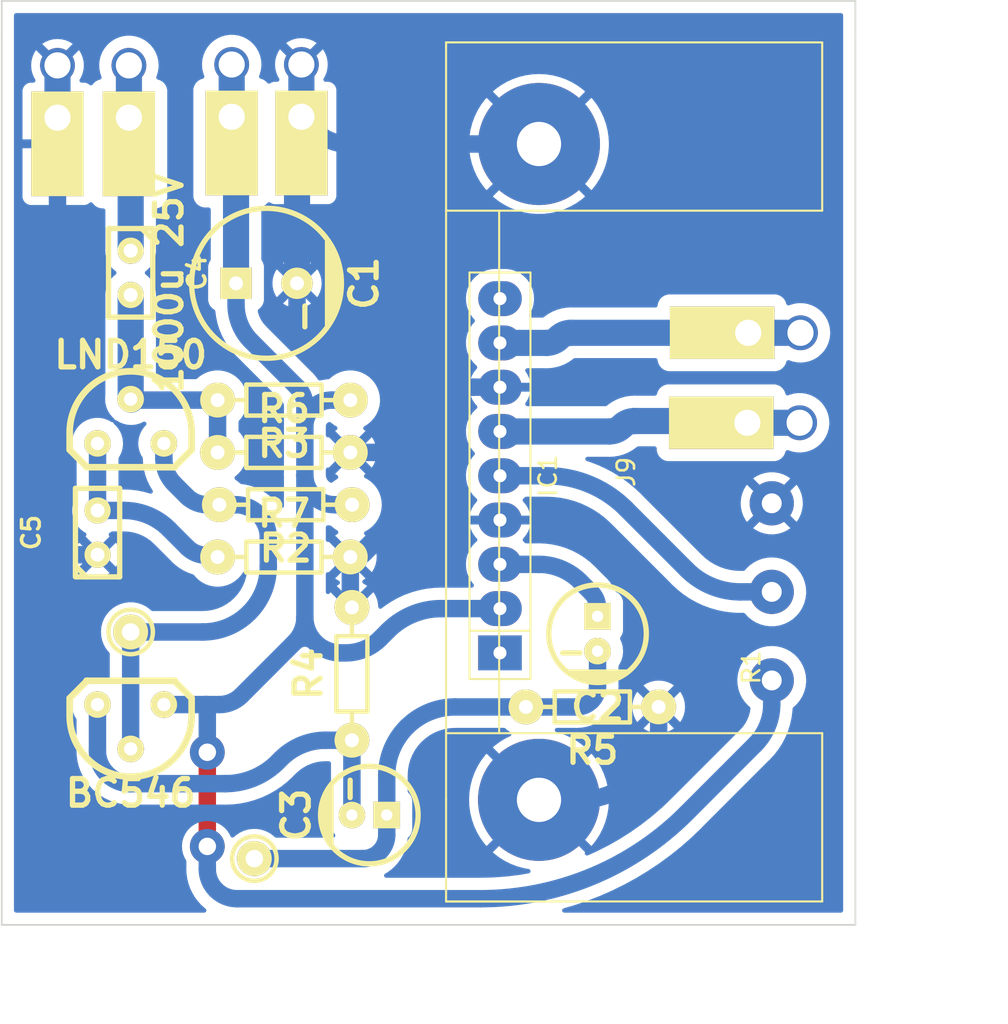
<source format=kicad_pcb>
(kicad_pcb (version 20211014) (generator pcbnew)
  (layers (0 "F.Cu" signal) (31 "B.Cu" signal) (34 "B.Paste" user) (35 "F.Paste" user) (36 "B.SilkS" user "B.Silkscreen") (37 "F.SilkS" user "F.Silkscreen") (38 "B.Mask" user) (39 "F.Mask" user) (44 "Edge.Cuts" user))
  (net 0 "")
  (net 1 "VCC")
  (net 2 "GND")
  (net 3 "Net-(C3-Pad2)")
  (net 4 "/out_pre_amp")
  (net 5 "Net-(IC1-Pad3)")
  (net 6 "/pre_amp_in")
  (net 7 "Net-(C4-Pad2)")
  (net 8 "Net-(C5-Pad2)")
  (net 10 "Net-(Q1-Pad2)")
  (net 11 "/Vcontrol")
  (net 12 "/amp_out+")
  (net 13 "/amp_out-")
  (footprint "EESTN5:to92" (layer "F.Cu") (at 123.24 118.58 180)
    (fp_text reference "Q1" hide)
    (fp_text value "BC546" (at 0 -4.445) (layer "F.SilkS") (effects (font (size 1.524 1.524) (thickness 0.3048))))
    (fp_line (start 2.54 2) (end -2.54 2) (layer "F.SilkS") (width 0.381))
    (fp_line (start -3.5 1) (end -3.5 0) (layer "F.SilkS") (width 0.381))
    (fp_line (start 2.5 2) (end 3.5 1) (layer "F.SilkS") (width 0.381))
    (fp_line (start 3.5 1) (end 3.5 0) (layer "F.SilkS") (width 0.381))
    (fp_line (start -2.5 2) (end -3.5 1) (layer "F.SilkS") (width 0.381))
    (fp_arc (start -3.5 0) (mid 0 -3.5) (end 3.5 0) (layer "F.SilkS") (width 0.381))
    (pad "1" thru_hole circle locked (at -1.905 0.635 180) (size 1.524 1.524) (drill 0.762) (layers *.Cu *.Mask "F.SilkS") (net 1 "VCC"))
    (pad "2" thru_hole circle locked (at 0 -1.905 180) (size 1.524 1.524) (drill 0.762) (layers *.Cu *.Mask "F.SilkS") (net 10 "Net-(Q1-Pad2)"))
    (pad "3" thru_hole circle locked (at 1.905 0.635 180) (size 1.524 1.524) (drill 0.762) (layers *.Cu *.Mask "F.SilkS") (net 3 "Net-(C3-Pad2)"))
  )
  (footprint "EESTN5:Cable_Doble_1,5mm" (layer "F.Cu") (at 158.64 101.78 -90)
    (fp_text reference "J3" hide)
    (fp_text value "Cable_PAD" hide)
    (pad "1" thru_hole circle locked (at 0 -3 270) (size 2 2) (drill 1.5) (layers *.Cu *.Mask) (net 12 "/amp_out+"))
    (pad "1" thru_hole rect locked (at 0 0 270) (size 3 6) (drill 1.5 (offset 0 1.5)) (layers *.Cu "F.SilkS") (net 12 "/amp_out+"))
    (pad "1" thru_hole circle locked (at 0 0 270) (size 1.524 1.524) (drill 0.762) (layers *.Cu *.Mask) (net 12 "/amp_out+"))
  )
  (footprint "EESTN5:Cable_Doble_1,5mm" (layer "F.Cu") (at 158.69 96.62 -90)
    (fp_text reference "J4" hide)
    (fp_text value "Cable_PAD" hide)
    (pad "1" thru_hole circle locked (at 0 -3 270) (size 2 2) (drill 1.5) (layers *.Cu *.Mask) (net 13 "/amp_out-"))
    (pad "1" thru_hole circle locked (at 0 0 270) (size 1.524 1.524) (drill 0.762) (layers *.Cu *.Mask) (net 13 "/amp_out-"))
    (pad "1" thru_hole rect locked (at 0 0 270) (size 3 6) (drill 1.5 (offset 0 1.5)) (layers *.Cu "F.SilkS") (net 13 "/amp_out-"))
  )
  (footprint "EESTN5:Cable_Doble_1,5mm" (layer "F.Cu") (at 123.14 84.28)
    (fp_text reference "J5" hide)
    (fp_text value "Cable_PAD" hide)
    (pad "1" thru_hole rect locked (at 0 0) (size 3 6) (drill 1.5 (offset 0 1.5)) (layers *.Cu "F.SilkS") (net 6 "/pre_amp_in"))
    (pad "1" thru_hole circle locked (at 0 0) (size 1.524 1.524) (drill 0.762) (layers *.Cu *.Mask) (net 6 "/pre_amp_in"))
    (pad "1" thru_hole circle locked (at 0 -3) (size 2 2) (drill 1.5) (layers *.Cu *.Mask) (net 6 "/pre_amp_in"))
  )
  (footprint "EESTN5:RES0.3" (layer "F.Cu") (at 135.94 116.18 90)
    (fp_text reference "R4" (at 0 -2.5 90) (layer "F.SilkS") (effects (font (size 1.5 1.5) (thickness 0.3))))
    (fp_text value "400" hide)
    (fp_line (start -2.159 0.889) (end 2.159 0.889) (layer "F.SilkS") (width 0.254))
    (fp_line (start 2.159 -0.889) (end -2.159 -0.889) (layer "F.SilkS") (width 0.254))
    (fp_line (start -2.159 -0.889) (end -2.159 0.889) (layer "F.SilkS") (width 0.254))
    (fp_line (start 2.159 0.889) (end 2.159 -0.889) (layer "F.SilkS") (width 0.254))
    (fp_line (start -2.159 0) (end -3.81 0) (layer "F.SilkS") (width 0.254))
    (fp_line (start 2.159 0) (end 3.81 0) (layer "F.SilkS") (width 0.254))
    (pad "1" thru_hole circle (at -3.81 0 90) (size 1.99898 1.99898) (drill 0.8001) (layers *.Cu *.Mask "F.SilkS") (net 3 "Net-(C3-Pad2)"))
    (pad "2" thru_hole circle (at 3.81 0 90) (size 1.99898 1.99898) (drill 0.8001) (layers *.Cu *.Mask "F.SilkS") (net 2 "GND"))
  )
  (footprint "MacroLib:SOT-110" (layer "F.Cu") (at 144.44 104.82 90)
    (fp_text reference "IC1" (at 0 2.75 90) (layer "F.SilkS"))
    (fp_text value "TDA7056A")
    (fp_line (start -11.66 1.75) (end -11.66 -1.75) (layer "F.SilkS") (width 0.12))
    (fp_line (start 11.66 1.75) (end -11.66 1.75) (layer "F.SilkS") (width 0.12))
    (fp_line (start -8.89 -1.75) (end -8.89 1.75) (layer "F.SilkS") (width 0.12))
    (fp_line (start -11.66 -1.75) (end 11.66 -1.75) (layer "F.SilkS") (width 0.12))
    (fp_line (start 11.66 -1.75) (end 11.66 1.75) (layer "F.SilkS") (width 0.12))
    (pad "1" thru_hole rect (at -10.16 0 90) (size 2 2.5) (drill 0.75) (layers *.Cu *.Mask))
    (pad "2" thru_hole oval (at -7.62 0 90) (size 2 2.5) (drill 0.75) (layers *.Cu *.Mask) (net 1 "VCC"))
    (pad "3" thru_hole oval (at -5.08 0 90) (size 2 2.5) (drill 0.75) (layers *.Cu *.Mask) (net 5 "Net-(IC1-Pad3)"))
    (pad "4" thru_hole oval (at -2.54 0 90) (size 2 2.5) (drill 0.75) (layers *.Cu *.Mask) (net 2 "GND"))
    (pad "5" thru_hole oval (at 0 0 90) (size 2 2.5) (drill 0.75) (layers *.Cu *.Mask) (net 11 "/Vcontrol"))
    (pad "6" thru_hole oval (at 2.54 0 90) (size 2 2.5) (drill 0.75) (layers *.Cu *.Mask) (net 12 "/amp_out+"))
    (pad "7" thru_hole oval (at 5.08 0 90) (size 2 2.5) (drill 0.75) (layers *.Cu *.Mask) (net 2 "GND"))
    (pad "8" thru_hole oval (at 7.62 0 90) (size 2 2.5) (drill 0.75) (layers *.Cu *.Mask) (net 13 "/amp_out-"))
    (pad "9" thru_hole oval (at 10.16 0 90) (size 2 2.5) (drill 0.75) (layers *.Cu *.Mask))
  )
  (footprint "EESTN5:pad_2mm" (layer "F.Cu") (at 123.24 113.78)
    (fp_text reference "preampMid1" hide)
    (fp_text value "Cable_PAD" hide)
    (fp_circle (center 0 0) (end 1.27 -0.127) (layer "F.SilkS") (width 0.254) (fill none))
    (pad "1" thru_hole circle locked (at 0 0) (size 1.99898 1.99898) (drill 1.00076) (layers *.Cu *.Mask "F.SilkS") (net 10 "Net-(Q1-Pad2)"))
  )
  (footprint "EESTN5:RES0.3" (layer "F.Cu") (at 132.14 106.48 180)
    (fp_text reference "R2" (at 0 -2.5) (layer "F.SilkS") (effects (font (size 1.5 1.5) (thickness 0.3))))
    (fp_text value "1.6k" hide)
    (fp_line (start -2.159 -0.889) (end -2.159 0.889) (layer "F.SilkS") (width 0.254))
    (fp_line (start 2.159 0) (end 3.81 0) (layer "F.SilkS") (width 0.254))
    (fp_line (start 2.159 -0.889) (end -2.159 -0.889) (layer "F.SilkS") (width 0.254))
    (fp_line (start 2.159 0.889) (end 2.159 -0.889) (layer "F.SilkS") (width 0.254))
    (fp_line (start -2.159 0.889) (end 2.159 0.889) (layer "F.SilkS") (width 0.254))
    (fp_line (start -2.159 0) (end -3.81 0) (layer "F.SilkS") (width 0.254))
    (pad "1" thru_hole circle (at -3.81 0 180) (size 1.99898 1.99898) (drill 0.8001) (layers *.Cu *.Mask "F.SilkS") (net 1 "VCC"))
    (pad "2" thru_hole circle (at 3.81 0 180) (size 1.99898 1.99898) (drill 0.8001) (layers *.Cu *.Mask "F.SilkS") (net 10 "Net-(Q1-Pad2)"))
  )
  (footprint "EESTN5:to92" (layer "F.Cu") (at 123.24 102.33)
    (fp_text reference "Q2" hide)
    (fp_text value "LND150" (at 0 -4.445) (layer "F.SilkS") (effects (font (size 1.524 1.524) (thickness 0.3048))))
    (fp_line (start 2.5 2) (end 3.5 1) (layer "F.SilkS") (width 0.381))
    (fp_line (start 2.54 2) (end -2.54 2) (layer "F.SilkS") (width 0.381))
    (fp_line (start 3.5 1) (end 3.5 0) (layer "F.SilkS") (width 0.381))
    (fp_line (start -3.5 1) (end -3.5 0) (layer "F.SilkS") (width 0.381))
    (fp_line (start -2.5 2) (end -3.5 1) (layer "F.SilkS") (width 0.381))
    (fp_arc (start -3.5 0) (mid 0 -3.5) (end 3.5 0) (layer "F.SilkS") (width 0.381))
    (pad "1" thru_hole circle locked (at -1.905 0.635) (size 1.524 1.524) (drill 0.762) (layers *.Cu *.Mask "F.SilkS") (net 8 "Net-(C5-Pad2)"))
    (pad "2" thru_hole circle locked (at 0 -1.905) (size 1.524 1.524) (drill 0.762) (layers *.Cu *.Mask "F.SilkS") (net 7 "Net-(C4-Pad2)"))
    (pad "3" thru_hole circle locked (at 1.905 0.635) (size 1.524 1.524) (drill 0.762) (layers *.Cu *.Mask "F.SilkS") (net 10 "Net-(Q1-Pad2)"))
  )
  (footprint "EESTN5:RES0.3" (layer "F.Cu") (at 132.04 100.48 180)
    (fp_text reference "R3" (at 0 -2.5) (layer "F.SilkS") (effects (font (size 1.5 1.5) (thickness 0.3))))
    (fp_text value "18k" hide)
    (fp_line (start -2.159 0) (end -3.81 0) (layer "F.SilkS") (width 0.254))
    (fp_line (start -2.159 -0.889) (end -2.159 0.889) (layer "F.SilkS") (width 0.254))
    (fp_line (start 2.159 -0.889) (end -2.159 -0.889) (layer "F.SilkS") (width 0.254))
    (fp_line (start -2.159 0.889) (end 2.159 0.889) (layer "F.SilkS") (width 0.254))
    (fp_line (start 2.159 0.889) (end 2.159 -0.889) (layer "F.SilkS") (width 0.254))
    (fp_line (start 2.159 0) (end 3.81 0) (layer "F.SilkS") (width 0.254))
    (pad "1" thru_hole circle (at -3.81 0 180) (size 1.99898 1.99898) (drill 0.8001) (layers *.Cu *.Mask "F.SilkS") (net 1 "VCC"))
    (pad "2" thru_hole circle (at 3.81 0 180) (size 1.99898 1.99898) (drill 0.8001) (layers *.Cu *.Mask "F.SilkS") (net 7 "Net-(C4-Pad2)"))
  )
  (footprint "EESTN5:RES0.3" (layer "F.Cu") (at 149.74 118.08 180)
    (fp_text reference "R5" (at 0 -2.5) (layer "F.SilkS") (effects (font (size 1.5 1.5) (thickness 0.3))))
    (fp_text value "5.1k" hide)
    (fp_line (start -2.159 0.889) (end 2.159 0.889) (layer "F.SilkS") (width 0.254))
    (fp_line (start -2.159 0) (end -3.81 0) (layer "F.SilkS") (width 0.254))
    (fp_line (start 2.159 0.889) (end 2.159 -0.889) (layer "F.SilkS") (width 0.254))
    (fp_line (start -2.159 -0.889) (end -2.159 0.889) (layer "F.SilkS") (width 0.254))
    (fp_line (start 2.159 0) (end 3.81 0) (layer "F.SilkS") (width 0.254))
    (fp_line (start 2.159 -0.889) (end -2.159 -0.889) (layer "F.SilkS") (width 0.254))
    (pad "1" thru_hole circle (at -3.81 0 180) (size 1.99898 1.99898) (drill 0.8001) (layers *.Cu *.Mask "F.SilkS") (net 2 "GND"))
    (pad "2" thru_hole circle (at 3.81 0 180) (size 1.99898 1.99898) (drill 0.8001) (layers *.Cu *.Mask "F.SilkS") (net 4 "/out_pre_amp"))
  )
  (footprint "EESTN5:Potenciometro" (layer "F.Cu") (at 160.04 111.48 -90)
    (fp_text reference "R1" (at 4.33 1.17 90) (layer "F.SilkS"))
    (fp_text value "10k")
    (pad "1" thru_hole circle locked (at -5.08 0 270) (size 2.54 2.54) (drill 1.143) (layers *.Cu *.Mask) (net 2 "GND"))
    (pad "2" thru_hole circle locked (at 0 0 270) (size 2.54 2.54) (drill 1.143) (layers *.Cu *.Mask) (net 11 "/Vcontrol"))
    (pad "3" thru_hole circle locked (at 5.08 0 270) (size 2.54 2.54) (drill 1.143) (layers *.Cu *.Mask) (net 1 "VCC"))
  )
  (footprint "EESTN5:RES0.3" (layer "F.Cu") (at 132.04 109.48)
    (fp_text reference "R7" (at 0 -2.5) (layer "F.SilkS") (effects (font (size 1.5 1.5) (thickness 0.3))))
    (fp_text value "400" hide)
    (fp_line (start 2.159 0) (end 3.81 0) (layer "F.SilkS") (width 0.254))
    (fp_line (start -2.159 -0.889) (end -2.159 0.889) (layer "F.SilkS") (width 0.254))
    (fp_line (start -2.159 0.889) (end 2.159 0.889) (layer "F.SilkS") (width 0.254))
    (fp_line (start 2.159 0.889) (end 2.159 -0.889) (layer "F.SilkS") (width 0.254))
    (fp_line (start 2.159 -0.889) (end -2.159 -0.889) (layer "F.SilkS") (width 0.254))
    (fp_line (start -2.159 0) (end -3.81 0) (layer "F.SilkS") (width 0.254))
    (pad "1" thru_hole circle (at -3.81 0) (size 1.99898 1.99898) (drill 0.8001) (layers *.Cu *.Mask "F.SilkS") (net 8 "Net-(C5-Pad2)"))
    (pad "2" thru_hole circle (at 3.81 0) (size 1.99898 1.99898) (drill 0.8001) (layers *.Cu *.Mask "F.SilkS") (net 2 "GND"))
  )
  (footprint "EESTN5:Cable_Doble_1,5mm" (layer "F.Cu") (at 133.04 84.23)
    (fp_text reference "J1" hide)
    (fp_text value "Cable_PAD" hide)
    (pad "1" thru_hole circle locked (at 0 -3) (size 2 2) (drill 1.5) (layers *.Cu *.Mask) (net 2 "GND"))
    (pad "1" thru_hole circle locked (at 0 0) (size 1.524 1.524) (drill 0.762) (layers *.Cu *.Mask) (net 2 "GND"))
    (pad "1" thru_hole rect locked (at 0 0) (size 3 6) (drill 1.5 (offset 0 1.5)) (layers *.Cu "F.SilkS") (net 2 "GND"))
  )
  (footprint "EESTN5:CAP_0.1" (layer "F.Cu") (at 121.34 108.08 90)
    (fp_text reference "C5" (at 0 -3.81 90) (layer "F.SilkS") (effects (font (size 1.016 1.016) (thickness 0.2032))))
    (fp_text value "100n" hide)
    (fp_line (start 2.54 1.27) (end -2.54 1.27) (layer "F.SilkS") (width 0.3048))
    (fp_line (start -2.4892 -1.27) (end 2.54 -1.27) (layer "F.SilkS") (width 0.3048))
    (fp_line (start -2.54 -0.635) (end -1.905 -1.27) (layer "F.SilkS") (width 0.3048))
    (fp_line (start -2.54 1.27) (end -2.54 -1.27) (layer "F.SilkS") (width 0.3048))
    (fp_line (start 2.54 -1.27) (end 2.54 1.27) (layer "F.SilkS") (width 0.3048))
    (pad "1" thru_hole circle locked (at -1.27 0 90) (size 1.50114 1.50114) (drill 0.8001) (layers *.Cu *.Mask "F.SilkS") (net 2 "GND"))
    (pad "2" thru_hole circle locked (at 1.27 0 90) (size 1.50114 1.50114) (drill 0.8001) (layers *.Cu *.Mask "F.SilkS") (net 8 "Net-(C5-Pad2)"))
  )
  (footprint "EESTN5:Cable_Doble_1,5mm" (layer "F.Cu") (at 129.04 84.23)
    (fp_text reference "J2" hide)
    (fp_text value "Cable_PAD" hide)
    (pad "1" thru_hole rect locked (at 0 0) (size 3 6) (drill 1.5 (offset 0 1.5)) (layers *.Cu "F.SilkS") (net 1 "VCC"))
    (pad "1" thru_hole circle locked (at 0 0) (size 1.524 1.524) (drill 0.762) (layers *.Cu *.Mask) (net 1 "VCC"))
    (pad "1" thru_hole circle locked (at 0 -3) (size 2 2) (drill 1.5) (layers *.Cu *.Mask) (net 1 "VCC"))
  )
  (footprint "EESTN5:RES0.3" (layer "F.Cu") (at 132.04 103.48)
    (fp_text reference "R6" (at 0 -2.5) (layer "F.SilkS") (effects (font (size 1.5 1.5) (thickness 0.3))))
    (fp_text value "3.3k" hide)
    (fp_line (start -2.159 0) (end -3.81 0) (layer "F.SilkS") (width 0.254))
    (fp_line (start 2.159 0.889) (end 2.159 -0.889) (layer "F.SilkS") (width 0.254))
    (fp_line (start -2.159 0.889) (end 2.159 0.889) (layer "F.SilkS") (width 0.254))
    (fp_line (start -2.159 -0.889) (end -2.159 0.889) (layer "F.SilkS") (width 0.254))
    (fp_line (start 2.159 -0.889) (end -2.159 -0.889) (layer "F.SilkS") (width 0.254))
    (fp_line (start 2.159 0) (end 3.81 0) (layer "F.SilkS") (width 0.254))
    (pad "1" thru_hole circle (at -3.81 0) (size 1.99898 1.99898) (drill 0.8001) (layers *.Cu *.Mask "F.SilkS") (net 7 "Net-(C4-Pad2)"))
    (pad "2" thru_hole circle (at 3.81 0) (size 1.99898 1.99898) (drill 0.8001) (layers *.Cu *.Mask "F.SilkS") (net 2 "GND"))
  )
  (footprint "EESTN5:CAP_ELEC_5x11mm" (layer "F.Cu") (at 136.94 124.28 90)
    (fp_text reference "C3" (at 0 -4.2 90) (layer "F.SilkS") (effects (font (size 1.524 1.524) (thickness 0.3048))))
    (fp_text value "2.2u" hide)
    (fp_line (start 1 -1.1) (end 2 -1.1) (layer "F.SilkS") (width 0.3))
    (fp_line (start -0.8 -2.6) (end 0.8 -2.6) (layer "F.SilkS") (width 0.3048))
    (fp_line (start -1.7 -2.2) (end 1.7 -2.2) (layer "F.SilkS") (width 0.3048))
    (fp_line (start -1.3 -2.4) (end 1.3 -2.4) (layer "F.SilkS") (width 0.3048))
    (fp_circle (center 0 0) (end 2.8 0) (layer "F.SilkS") (width 0.3048) (fill none))
    (pad "1" thru_hole rect locked (at 0 1 90) (size 1.524 1.524) (drill 0.65) (layers *.Cu *.Mask "F.SilkS") (net 4 "/out_pre_amp"))
    (pad "2" thru_hole circle locked (at 0 -1 90) (size 1.524 1.524) (drill 0.65) (layers *.Cu *.Mask "F.SilkS") (net 3 "Net-(C3-Pad2)"))
  )
  (footprint "EESTN5:CAP_ELEC_5x11mm" (layer "F.Cu") (at 150.04 113.88 180)
    (fp_text reference "C2" (at 0 -4.2) (layer "F.SilkS") (effects (font (size 1.524 1.524) (thickness 0.3048))))
    (fp_text value "0.47u" hide)
    (fp_line (start 1 -1.1) (end 2 -1.1) (layer "F.SilkS") (width 0.3))
    (fp_line (start -1.3 -2.4) (end 1.3 -2.4) (layer "F.SilkS") (width 0.3048))
    (fp_line (start -1.7 -2.2) (end 1.7 -2.2) (layer "F.SilkS") (width 0.3048))
    (fp_line (start -0.8 -2.6) (end 0.8 -2.6) (layer "F.SilkS") (width 0.3048))
    (fp_circle (center 0 0) (end 2.8 0) (layer "F.SilkS") (width 0.3048) (fill none))
    (pad "1" thru_hole rect locked (at 0 1 180) (size 1.524 1.524) (drill 0.65) (layers *.Cu *.Mask "F.SilkS") (net 5 "Net-(IC1-Pad3)"))
    (pad "2" thru_hole circle locked (at 0 -1 180) (size 1.524 1.524) (drill 0.65) (layers *.Cu *.Mask "F.SilkS") (net 4 "/out_pre_amp"))
  )
  (footprint "EESTN5:CAP_ELEC_8x11.5mm" (layer "F.Cu") (at 131.04 93.78 -90)
    (fp_text reference "C1" (at 0 -5.6 90) (layer "F.SilkS") (effects (font (size 1.524 1.524) (thickness 0.3048))))
    (fp_text value "1000u 25V" (at 0 5.6 90) (layer "F.SilkS") (effects (font (size 1.524 1.524) (thickness 0.3048))))
    (fp_line (start -1.8 -3.7) (end 1.8 -3.7) (layer "F.SilkS") (width 0.3048))
    (fp_line (start 1.3 -2.2) (end 2.5 -2.2) (layer "F.SilkS") (width 0.3))
    (fp_line (start -1.4 -3.9) (end 1.4 -3.9) (layer "F.SilkS") (width 0.3048))
    (fp_line (start -0.8 -4.1) (end 0.9 -4.1) (layer "F.SilkS") (width 0.3048))
    (fp_line (start -2.4 -3.5) (end 2.4 -3.5) (layer "F.SilkS") (width 0.3048))
    (fp_circle (center 0 0) (end -4.3 0) (layer "F.SilkS") (width 0.3048) (fill none))
    (pad "1" thru_hole rect locked (at 0 1.75 270) (size 1.8 1.8) (drill 0.8) (layers *.Cu *.Mask "F.SilkS") (net 1 "VCC"))
    (pad "2" thru_hole circle locked (at 0 -1.75 270) (size 1.8 1.8) (drill 0.8) (layers *.Cu *.Mask "F.SilkS") (net 2 "GND"))
  )
  (footprint "EESTN5:Cable_Doble_1,5mm" (layer "F.Cu") (at 119.04 84.28)
    (fp_text reference "J6" hide)
    (fp_text value "Cable_PAD" hide)
    (pad "1" thru_hole rect locked (at 0 0) (size 3 6) (drill 1.5 (offset 0 1.5)) (layers *.Cu "F.SilkS") (net 2 "GND"))
    (pad "1" thru_hole circle locked (at 0 0) (size 1.524 1.524) (drill 0.762) (layers *.Cu *.Mask) (net 2 "GND"))
    (pad "1" thru_hole circle locked (at 0 -3) (size 2 2) (drill 1.5) (layers *.Cu *.Mask) (net 2 "GND"))
  )
  (footprint "EESTN5:pad_2mm" (layer "F.Cu") (at 130.34 126.78)
    (fp_text reference "outpreamp1" hide)
    (fp_text value "Cable_PAD" hide)
    (fp_circle (center 0 0) (end 1.27 -0.127) (layer "F.SilkS") (width 0.254) (fill none))
    (pad "1" thru_hole circle locked (at 0 0) (size 1.99898 1.99898) (drill 1.00076) (layers *.Cu *.Mask "F.SilkS") (net 4 "/out_pre_amp"))
  )
  (footprint "MacroLib:Disipador_SOT110-1" (layer "F.Cu") (at 146.679 104.6 90)
    (fp_text reference "J9" (at 0 5 90) (layer "F.SilkS"))
    (fp_text value "DISIPADOR")
    (fp_line (start -18.796 -5.334) (end -24.638 -5.334) (layer "F.SilkS") (width 0.12))
    (fp_line (start -14.986 16.256) (end -14.986 -5.334) (layer "F.SilkS") (width 0.12))
    (fp_line (start 14.986 16.256) (end 14.986 -5.334) (layer "F.SilkS") (width 0.12))
    (fp_line (start -24.638 -5.334) (end -24.638 16.256) (layer "F.SilkS") (width 0.12))
    (fp_line (start 14.986 16.256) (end 24.638 16.256) (layer "F.SilkS") (width 0.12))
    (fp_line (start 24.638 16.256) (end 24.638 -5.334) (layer "F.SilkS") (width 0.12))
    (fp_line (start -14.986 -5.334) (end 24.638 -5.334) (layer "F.SilkS") (width 0.12))
    (fp_line (start -24.638 -5.334) (end -24.638 0) (layer "F.SilkS") (width 0.12))
    (fp_line (start -14.986 -5.334) (end -18.796 -5.334) (layer "F.SilkS") (width 0.12))
    (fp_line (start -14.986 -2.286) (end 14.986 -2.286) (layer "F.SilkS") (width 0.12))
    (fp_line (start -24.638 16.256) (end -14.986 16.256) (layer "F.SilkS") (width 0.12))
    (pad "1" thru_hole circle (at -18.81 0 90) (size 7 7) (drill 2.54) (layers *.Cu *.Mask) (net 2 "GND"))
    (pad "2" thru_hole circle (at 18.81 0 90) (size 7 7) (drill 2.54) (layers *.Cu *.Mask) (net 2 "GND"))
  )
  (footprint "EESTN5:CAP_0.1" (layer "F.Cu") (at 123.24 93.18 -90)
    (fp_text reference "C4" (at 0 -3.81 90) (layer "F.SilkS") (effects (font (size 1.016 1.016) (thickness 0.2032))))
    (fp_text value "470n/390n" hide)
    (fp_line (start 2.54 -1.27) (end 2.54 1.27) (layer "F.SilkS") (width 0.3048))
    (fp_line (start -2.4892 -1.27) (end 2.54 -1.27) (layer "F.SilkS") (width 0.3048))
    (fp_line (start -2.54 1.27) (end -2.54 -1.27) (layer "F.SilkS") (width 0.3048))
    (fp_line (start 2.54 1.27) (end -2.54 1.27) (layer "F.SilkS") (width 0.3048))
    (fp_line (start -2.54 -0.635) (end -1.905 -1.27) (layer "F.SilkS") (width 0.3048))
    (pad "1" thru_hole circle locked (at -1.27 0 270) (size 1.50114 1.50114) (drill 0.8001) (layers *.Cu *.Mask "F.SilkS") (net 6 "/pre_amp_in"))
    (pad "2" thru_hole circle locked (at 1.27 0 270) (size 1.50114 1.50114) (drill 0.8001) (layers *.Cu *.Mask "F.SilkS") (net 7 "Net-(C4-Pad2)"))
  )
  (gr_line (start 164.84 77.58) (end 164.84 79.58) (layer "Edge.Cuts") (width 0.1))
  (gr_line (start 115.84 130.58) (end 115.84 79.58) (layer "Edge.Cuts") (width 0.1))
  (gr_line (start 164.84 79.58) (end 164.84 130.58) (layer "Edge.Cuts") (width 0.1))
  (gr_line (start 115.84 77.58) (end 164.84 77.58) (layer "Edge.Cuts") (width 0.1))
  (gr_line (start 115.84 77.58) (end 115.84 79.58) (layer "Edge.Cuts") (width 0.1))
  (gr_line (start 164.84 130.58) (end 115.84 130.58) (layer "Edge.Cuts") (width 0.1))
  (segment (start 127.64 120.68) (end 127.64 126.02) (width 1) (layer "F.Cu") (net 1))
  (via (at 127.64 126.08) (size 2) (drill 1) (layers "F.Cu" "B.Cu") (net 1))
  (via (at 127.64 120.68) (size 2) (drill 1) (layers "F.Cu" "B.Cu") (net 1))
  (segment (start 128.325 117.945) (end 127.620961 117.945) (width 1) (layer "B.Cu") (net 1))
  (segment (start 133.689999 100.929999) (end 133.664264 100.955735) (width 1) (layer "B.Cu") (net 1))
  (segment (start 129.29 93.78) (end 129.29 84.656776) (width 1.5) (layer "B.Cu") (net 1))
  (segment (start 130.156205 97.096205) (end 132.815735 99.755735) (width 1) (layer "B.Cu") (net 1))
  (segment (start 127.529038 117.945) (end 125.145 117.945) (width 1) (layer "B.Cu") (net 1))
  (segment (start 127.64 127.372893) (end 127.64 126.08) (width 1) (layer "B.Cu") (net 1))
  (segment (start 133.24 106.187106) (end 133.24 104.772893) (width 1) (layer "B.Cu") (net 1))
  (segment (start 133.24 104.772893) (end 133.24 101.98) (width 1) (layer "B.Cu") (net 1))
  (segment (start 155.139999 124.179999) (end 159.078334 120.241665) (width 1) (layer "B.Cu") (net 1))
  (segment (start 141.076051 112.44) (end 144.44 112.44) (width 1) (layer "B.Cu") (net 1))
  (segment (start 133.24 101.98) (end 133.24 100.78) (width 1) (layer "B.Cu") (net 1))
  (segment (start 129.60533 117.414669) (end 132.64 114.38) (width 1) (layer "B.Cu") (net 1))
  (segment (start 160.04 117.92) (end 160.04 116.56) (width 1) (layer "B.Cu") (net 1))
  (segment (start 129.04 84.053223) (end 129.04 81.23) (width 1.5) (layer "B.Cu") (net 1))
  (segment (start 133.24 106.187106) (end 133.24 112.931471) (width 1) (layer "B.Cu") (net 1))
  (segment (start 127.64 120.68) (end 127.64 118.055961) (width 1) (layer "B.Cu") (net 1))
  (segment (start 129.29 93.78) (end 129.29 95.005) (width 1) (layer "B.Cu") (net 1))
  (segment (start 135.288528 114.98) (end 135.59 114.98) (width 1) (layer "B.Cu") (net 1))
  (segment (start 137.553172 114.166827) (end 138.01 113.71) (width 1) (layer "B.Cu") (net 1))
  (segment (start 134.776396 100.48) (end 135.85 100.48) (width 1) (layer "B.Cu") (net 1))
  (segment (start 134.947106 106.48) (end 135.95 106.48) (width 1) (layer "B.Cu") (net 1))
  (segment (start 127.529038 117.945) (end 127.620961 117.945) (width 1) (layer "B.Cu") (net 1))
  (segment (start 143.310353 129.08) (end 129.347106 129.08) (width 1) (layer "B.Cu") (net 1))
  (arc (start 127.6075 117.9775) (mid 127.631553 118.013498) (end 127.64 118.055961) (width 1) (layer "B.Cu") (net 1))
  (arc (start 128.14 128.58) (mid 128.693825 128.950054) (end 129.347106 129.08) (width 1) (layer "B.Cu") (net 1))
  (arc (start 132.64 114.38) (mid 133.084065 113.715409) (end 133.24 112.931471) (width 1) (layer "B.Cu") (net 1))
  (arc (start 160.04 117.92) (mid 159.790071 119.176476) (end 159.078334 120.241665) (width 1) (layer "B.Cu") (net 1))
  (arc (start 129.165 84.355) (mid 129.257513 84.493456) (end 129.29 84.656776) (width 1.5) (layer "B.Cu") (net 1))
  (arc (start 127.620961 117.945) (mid 127.603372 117.956752) (end 127.6075 117.9775) (width 1) (layer "B.Cu") (net 1))
  (arc (start 132.815735 99.755735) (mid 133.129737 100.225672) (end 133.24 100.78) (width 1) (layer "B.Cu") (net 1))
  (arc (start 133.84 114.38) (mid 134.50459 114.824065) (end 135.288528 114.98) (width 1) (layer "B.Cu") (net 1))
  (arc (start 129.04 84.053223) (mid 129.072486 84.216543) (end 129.165 84.355) (width 1.5) (layer "B.Cu") (net 1))
  (arc (start 129.29 95.005) (mid 129.515119 96.136752) (end 130.156205 97.096205) (width 1) (layer "B.Cu") (net 1))
  (arc (start 141.076051 112.44) (mid 139.416716 112.770062) (end 138.01 113.71) (width 1) (layer "B.Cu") (net 1))
  (arc (start 133.664264 100.955735) (mid 133.350262 101.425672) (end 133.24 101.98) (width 1) (layer "B.Cu") (net 1))
  (arc (start 127.6075 117.9775) (mid 127.571501 117.953446) (end 127.529038 117.945) (width 1) (layer "B.Cu") (net 1))
  (arc (start 137.553172 114.166827) (mid 136.652461 114.768663) (end 135.59 114.98) (width 1) (layer "B.Cu") (net 1))
  (arc (start 133.74 105.98) (mid 134.293825 106.350054) (end 134.947106 106.48) (width 1) (layer "B.Cu") (net 1))
  (arc (start 129.60533 117.414669) (mid 129.017909 117.807171) (end 128.325 117.945) (width 1) (layer "B.Cu") (net 1))
  (arc (start 127.64 127.372893) (mid 127.769945 128.026174) (end 128.14 128.58) (width 1) (layer "B.Cu") (net 1))
  (arc (start 133.74 105.98) (mid 133.420807 105.916508) (end 133.24 106.187106) (width 1) (layer "B.Cu") (net 1))
  (arc (start 133.24 112.931471) (mid 133.395934 113.715409) (end 133.84 114.38) (width 1) (layer "B.Cu") (net 1))
  (arc (start 133.24 100.78) (mid 133.39342 101.009609) (end 133.664264 100.955735) (width 1) (layer "B.Cu") (net 1))
  (arc (start 134.776396 100.48) (mid 134.188442 100.59695) (end 133.689999 100.929999) (width 1) (layer "B.Cu") (net 1))
  (arc (start 133.84 114.38) (mid 133.24 114.131471) (end 132.64 114.38) (width 1) (layer "B.Cu") (net 1))
  (arc (start 155.139999 124.179999) (mid 149.712511 127.806531) (end 143.310353 129.08) (width 1) (layer "B.Cu") (net 1))
  (arc (start 133.24 104.772893) (mid 133.369945 105.426174) (end 133.74 105.98) (width 1) (layer "B.Cu") (net 1))
  (segment (start 119.04 81.28) (end 119.04 84.28) (width 1.5) (layer "B.Cu") (net 2))
  (segment (start 137.201593 103.48) (end 135.85 103.48) (width 1) (layer "B.Cu") (net 2))
  (segment (start 138.26 102.421593) (end 138.26 100.369777) (width 1) (layer "B.Cu") (net 2))
  (segment (start 152.598941 121.721058) (end 152.23 122.09) (width 1) (layer "B.Cu") (net 2))
  (segment (start 136.648596 109.271403) (end 137.35 108.57) (width 1) (layer "B.Cu") (net 2))
  (segment (start 133.04 84.053223) (end 133.04 81.23) (width 1.5) (layer "B.Cu") (net 2))
  (segment (start 153.55 119.425) (end 153.55 118.08) (width 1) (layer "B.Cu") (net 2))
  (segment (start 138.26 103.298406) (end 138.26 106.373065) (width 1) (layer "B.Cu") (net 2))
  (segment (start 138.569999 102.549999) (end 140.298126 100.821873) (width 1) (layer "B.Cu") (net 2))
  (segment (start 119.04 108.376949) (end 119.04 81.28) (width 1) (layer "B.Cu") (net 2))
  (segment (start 132.79 84.656776) (end 132.79 93.78) (width 1.5) (layer "B.Cu") (net 2))
  (segment (start 136.145 109.48) (end 135.85 109.48) (width 1) (layer "B.Cu") (net 2))
  (segment (start 132.79 95.299669) (end 132.79 93.78) (width 1) (layer "B.Cu") (net 2))
  (segment (start 135.703086 85.79) (end 146.679 85.79) (width 1) (layer "B.Cu") (net 2))
  (segment (start 142.91 99.74) (end 144.44 99.74) (width 1) (layer "B.Cu") (net 2))
  (segment (start 137.15 97.69) (end 136.923883 97.463883) (width 1) (layer "B.Cu") (net 2))
  (segment (start 120.01305 109.35) (end 121.34 109.35) (width 1) (layer "B.Cu") (net 2))
  (segment (start 134.07033 96.58) (end 134.79 96.58) (width 1) (layer "B.Cu") (net 2))
  (segment (start 135.85 109.38) (end 135.85 112.48) (width 1) (layer "B.Cu") (net 2))
  (segment (start 149.043238 123.41) (end 146.679 123.41) (width 1) (layer "B.Cu") (net 2))
  (segment (start 133.165 84.355) (end 133.82 85.01) (width 1) (layer "B.Cu") (net 2))
  (arc (start 152.23 122.09) (mid 150.767901 123.066943) (end 149.043238 123.41) (width 1) (layer "B.Cu") (net 2))
  (arc (start 137.95 103.17) (mid 137.606628 103.399433) (end 137.201593 103.48) (width 1) (layer "B.Cu") (net 2))
  (arc (start 153.55 119.425) (mid 153.302827 120.667617) (end 152.598941 121.721058) (width 1) (layer "B.Cu") (net 2))
  (arc (start 132.79 95.299669) (mid 132.887459 95.78963) (end 133.165 96.205) (width 1) (layer "B.Cu") (net 2))
  (arc (start 133.165 96.205) (mid 133.580368 96.48254) (end 134.07033 96.58) (width 1) (layer "B.Cu") (net 2))
  (arc (start 138.26 103.298406) (mid 138.147899 103.130635) (end 137.95 103.17) (width 1) (layer "B.Cu") (net 2))
  (arc (start 138.26 102.421593) (mid 138.3721 102.589363) (end 138.569999 102.549999) (width 1) (layer "B.Cu") (net 2))
  (arc (start 137.95 103.17) (mid 138.179433 102.826628) (end 138.26 102.421593) (width 1) (layer "B.Cu") (net 2))
  (arc (start 137.15 97.69) (mid 137.97152 98.919492) (end 138.26 100.369777) (width 1) (layer "B.Cu") (net 2))
  (arc (start 138.26 106.373065) (mid 138.023498 107.562037) (end 137.35 108.57) (width 1) (layer "B.Cu") (net 2))
  (arc (start 133.165 84.355) (mid 133.04 84.303223) (end 132.915 84.355) (width 1) (layer "B.Cu") (net 2))
  (arc (start 142.91 99.74) (mid 141.496464 100.021169) (end 140.298126 100.821873) (width 1) (layer "B.Cu") (net 2))
  (arc (start 136.648596 109.271403) (mid 136.417544 109.425787) (end 136.145 109.48) (width 1) (layer "B.Cu") (net 2))
  (arc (start 138.569999 102.549999) (mid 138.340566 102.893371) (end 138.26 103.298406) (width 1) (layer "B.Cu") (net 2))
  (arc (start 119.325 109.065) (mid 119.64068 109.27593) (end 120.01305 109.35) (width 1) (layer "B.Cu") (net 2))
  (arc (start 119.04 108.376949) (mid 119.114069 108.749319) (end 119.325 109.065) (width 1) (layer "B.Cu") (net 2))
  (arc (start 136.923883 97.463883) (mid 135.944849 96.809713) (end 134.79 96.58) (width 1) (layer "B.Cu") (net 2))
  (arc (start 132.915 84.355) (mid 132.822486 84.493456) (end 132.79 84.656776) (width 1.5) (layer "B.Cu") (net 2))
  (arc (start 132.915 84.355) (mid 133.007513 84.216543) (end 133.04 84.053223) (width 1.5) (layer "B.Cu") (net 2))
  (arc (start 133.82 85.01) (mid 134.683967 85.587284) (end 135.703086 85.79) (width 1) (layer "B.Cu") (net 2))
  (arc (start 133.04 84.053223) (mid 133.072486 84.216543) (end 133.165 84.355) (width 1.5) (layer "B.Cu") (net 2))
  (segment (start 131.684999 121.234999) (end 131.865804 121.054195) (width 1) (layer "B.Cu") (net 3))
  (segment (start 121.335 120.593647) (end 121.335 117.945) (width 1) (layer "B.Cu") (net 3))
  (segment (start 123.221352 122.48) (end 128.679304 122.48) (width 1) (layer "B.Cu") (net 3))
  (segment (start 135.94 119.99) (end 135.94 124.28) (width 1) (layer "B.Cu") (net 3))
  (segment (start 134.435 119.99) (end 135.94 119.99) (width 1) (layer "B.Cu") (net 3))
  (arc (start 134.435 119.99) (mid 133.044561 120.266575) (end 131.865804 121.054195) (width 1) (layer "B.Cu") (net 3))
  (arc (start 121.335 120.593647) (mid 121.47859 121.315523) (end 121.8875 121.9275) (width 1) (layer "B.Cu") (net 3))
  (arc (start 121.8875 121.9275) (mid 122.499476 122.336409) (end 123.221352 122.48) (width 1) (layer "B.Cu") (net 3))
  (arc (start 131.684999 121.234999) (mid 130.305974 122.156434) (end 128.679304 122.48) (width 1) (layer "B.Cu") (net 3))
  (segment (start 137.94 125.414314) (end 137.94 124.28) (width 1) (layer "B.Cu") (net 4))
  (segment (start 150.04 116.885025) (end 150.04 114.88) (width 1) (layer "B.Cu") (net 4))
  (segment (start 136.574314 126.78) (end 130.34 126.78) (width 1) (layer "B.Cu") (net 4))
  (segment (start 137.94 122.006345) (end 137.94 124.28) (width 1) (layer "B.Cu") (net 4))
  (segment (start 141.866345 118.08) (end 145.93 118.08) (width 1) (layer "B.Cu") (net 4))
  (segment (start 148.845025 118.08) (end 145.93 118.08) (width 1) (layer "B.Cu") (net 4))
  (arc (start 137.94 125.414314) (mid 137.836043 125.936939) (end 137.54 126.38) (width 1) (layer "B.Cu") (net 4))
  (arc (start 150.04 116.885025) (mid 149.949037 117.342322) (end 149.69 117.73) (width 1) (layer "B.Cu") (net 4))
  (arc (start 137.54 126.38) (mid 137.096939 126.676043) (end 136.574314 126.78) (width 1) (layer "B.Cu") (net 4))
  (arc (start 141.866345 118.08) (mid 140.363798 118.378875) (end 139.09 119.23) (width 1) (layer "B.Cu") (net 4))
  (arc (start 149.69 117.73) (mid 149.302322 117.989037) (end 148.845025 118.08) (width 1) (layer "B.Cu") (net 4))
  (arc (start 139.09 119.23) (mid 138.238875 120.503798) (end 137.94 122.006345) (width 1) (layer "B.Cu") (net 4))
  (segment (start 150.04 112.38) (end 150.04 112.88) (width 1) (layer "B.Cu") (net 5))
  (segment (start 144.45 109.89) (end 144.46 109.88) (width 1) (layer "B.Cu") (net 5))
  (segment (start 149.686446 111.526446) (end 149.05 110.89) (width 1) (layer "B.Cu") (net 5))
  (segment (start 144.454142 109.9) (end 146.659928 109.9) (width 1) (layer "B.Cu") (net 5))
  (arc (start 144.45 109.89) (mid 144.44873 109.896383) (end 144.454142 109.9) (width 1) (layer "B.Cu") (net 5))
  (arc (start 149.686446 111.526446) (mid 149.948114 111.91806) (end 150.04 112.38) (width 1) (layer "B.Cu") (net 5))
  (arc (start 149.05 110.89) (mid 147.953425 110.157292) (end 146.659928 109.9) (width 1) (layer "B.Cu") (net 5))
  (segment (start 123.14 84.209289) (end 123.14 81.28) (width 1.5) (layer "B.Cu") (net 6))
  (segment (start 123.24 84.45071) (end 123.24 91.91) (width 1.5) (layer "B.Cu") (net 6))
  (arc (start 123.19 84.33) (mid 123.227005 84.385382) (end 123.24 84.45071) (width 1.5) (layer "B.Cu") (net 6))
  (arc (start 123.14 84.209289) (mid 123.152994 84.274617) (end 123.19 84.33) (width 1.5) (layer "B.Cu") (net 6))
  (segment (start 123.33389 100.48) (end 128.23 100.48) (width 1) (layer "B.Cu") (net 7))
  (segment (start 123.24 100.386109) (end 123.24 94.45) (width 1.5) (layer "B.Cu") (net 7))
  (segment (start 128.23 100.48) (end 128.23 103.48) (width 1) (layer "B.Cu") (net 7))
  (arc (start 123.24 100.386109) (mid 123.247147 100.422039) (end 123.2675 100.4525) (width 1.5) (layer "B.Cu") (net 7))
  (arc (start 123.2675 100.4525) (mid 123.29796 100.472852) (end 123.33389 100.48) (width 1) (layer "B.Cu") (net 7))
  (segment (start 125.441266 107.881266) (end 126.483916 108.923916) (width 1) (layer "B.Cu") (net 8))
  (segment (start 127.585 109.38) (end 128.23 109.38) (width 1) (layer "B.Cu") (net 8))
  (segment (start 121.3375 102.9675) (end 121.335 102.965) (width 1) (layer "B.Cu") (net 8))
  (segment (start 121.34 102.973535) (end 121.34 106.81) (width 1) (layer "B.Cu") (net 8))
  (segment (start 127.73051 109.39) (end 127.74051 109.38) (width 1) (layer "B.Cu") (net 8))
  (segment (start 122.855 106.81) (end 121.34 106.81) (width 1) (layer "B.Cu") (net 8))
  (arc (start 126.483916 108.923916) (mid 126.989097 109.261467) (end 127.585 109.38) (width 1) (layer "B.Cu") (net 8))
  (arc (start 125.441266 107.881266) (mid 124.254677 107.088412) (end 122.855 106.81) (width 1) (layer "B.Cu") (net 8))
  (arc (start 121.3375 102.9675) (mid 121.33935 102.970268) (end 121.34 102.973535) (width 1) (layer "B.Cu") (net 8))
  (segment (start 123.24 113.78) (end 123.24 120.485) (width 1) (layer "B.Cu") (net 10))
  (segment (start 131.14 110.024365) (end 131.14 108.357817) (width 1) (layer "B.Cu") (net 10))
  (segment (start 127.635 106.48) (end 128.33 106.48) (width 1) (layer "B.Cu") (net 10))
  (segment (start 127.384365 113.78) (end 123.24 113.78) (width 1) (layer "B.Cu") (net 10))
  (segment (start 129.262182 106.48) (end 128.33 106.48) (width 1) (layer "B.Cu") (net 10))
  (segment (start 125.145 103.825) (end 125.145 102.965) (width 1) (layer "B.Cu") (net 10))
  (segment (start 125.753111 105.293111) (end 126.44856 105.98856) (width 1) (layer "B.Cu") (net 10))
  (arc (start 125.145 103.825) (mid 125.303042 104.619536) (end 125.753111 105.293111) (width 1) (layer "B.Cu") (net 10))
  (arc (start 130.04 112.68) (mid 128.821584 113.494119) (end 127.384365 113.78) (width 1) (layer "B.Cu") (net 10))
  (arc (start 131.14 110.024365) (mid 130.854119 111.461584) (end 130.04 112.68) (width 1) (layer "B.Cu") (net 10))
  (arc (start 126.44856 105.98856) (mid 126.992903 106.352278) (end 127.635 106.48) (width 1) (layer "B.Cu") (net 10))
  (arc (start 130.59 107.03) (mid 129.980792 106.62294) (end 129.262182 106.48) (width 1) (layer "B.Cu") (net 10))
  (arc (start 130.59 107.03) (mid 130.997059 107.639207) (end 131.14 108.357817) (width 1) (layer "B.Cu") (net 10))
  (segment (start 151.667975 106.707975) (end 155.167207 110.207207) (width 1) (layer "B.Cu") (net 11))
  (segment (start 158.24 111.48) (end 160.04 111.48) (width 1) (layer "B.Cu") (net 11))
  (segment (start 147.11 104.82) (end 144.44 104.82) (width 1) (layer "B.Cu") (net 11))
  (arc (start 155.167207 110.207207) (mid 156.577016 111.149211) (end 158.24 111.48) (width 1) (layer "B.Cu") (net 11))
  (arc (start 151.667975 106.707975) (mid 149.576758 105.310668) (end 147.11 104.82) (width 1) (layer "B.Cu") (net 11))
  (segment (start 152.164264 101.68) (end 155.89 101.68) (width 1.5) (layer "B.Cu") (net 12))
  (segment (start 158.64 101.78) (end 161.64 101.78) (width 1.5) (layer "B.Cu") (net 12))
  (segment (start 150.715735 102.28) (end 144.44 102.28) (width 1.5) (layer "B.Cu") (net 12))
  (arc (start 152.164264 101.68) (mid 151.772295 101.757967) (end 151.44 101.98) (width 1.5) (layer "B.Cu") (net 12))
  (arc (start 151.44 101.98) (mid 151.107704 102.202032) (end 150.715735 102.28) (width 1.5) (layer "B.Cu") (net 12))
  (segment (start 147.109878 97.2) (end 144.44 97.2) (width 1.5) (layer "B.Cu") (net 13))
  (segment (start 158.69 96.62) (end 161.69 96.62) (width 1.5) (layer "B.Cu") (net 13))
  (segment (start 148.510121 96.62) (end 158.69 96.62) (width 1.5) (layer "B.Cu") (net 13))
  (arc (start 147.81 96.91) (mid 147.488781 97.124631) (end 147.109878 97.2) (width 1.5) (layer "B.Cu") (net 13))
  (arc (start 148.510121 96.62) (mid 148.131218 96.695368) (end 147.81 96.91) (width 1.5) (layer "B.Cu") (net 13))
  (zone (net 2) (net_name "GND") (layer "B.Cu") (connect_pads (clearance 0.7)) (min_thickness 0.254) (fill yes (thermal_gap 0.508) (thermal_bridge_width 0.508))
    (polygon (pts (xy 164.84 130.58) (xy 115.84 130.58) (xy 115.84 77.58) (xy 164.84 77.58)))
  )
)
</source>
